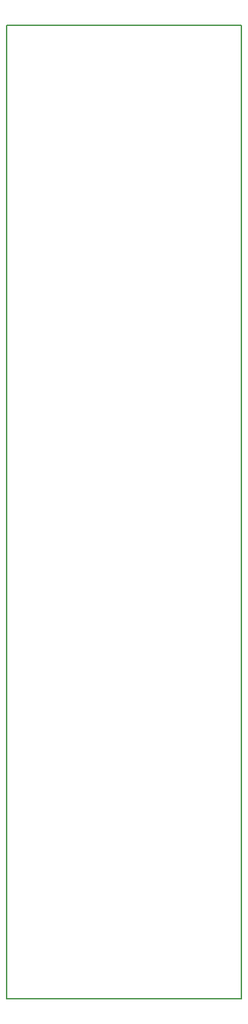
<source format=gko>
G04 Layer_Color=16711935*
%FSLAX24Y24*%
%MOIN*%
G70*
G01*
G75*
%ADD10C,0.0079*%
D10*
X41339Y66929D02*
X53150D01*
Y18110D02*
Y66929D01*
X41339Y18110D02*
X53150D01*
X41339D02*
Y66929D01*
M02*

</source>
